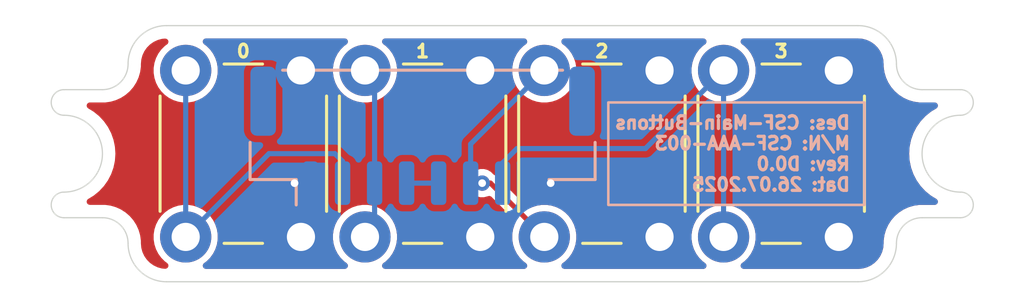
<source format=kicad_pcb>
(kicad_pcb (version 20241229) (generator "pcbnew") (generator_version "9.0")
  (layers (0 "F.Cu" signal) (2 "B.Cu" signal) (13 "F.Paste" user) (15 "B.Paste" user) (5 "F.SilkS" user "F.Silkscreen") (7 "B.SilkS" user "B.Silkscreen") (1 "F.Mask" user) (3 "B.Mask" user) (25 "Edge.Cuts" user))
  (net 0 "")
  (net 1 "Button 3")
  (net 2 "Button 0")
  (net 3 "Button 1")
  (net 4 "+3V3")
  (net 5 "GND")
  (net 6 "Button 2")
  (footprint "Button_Switch_THT:SW_PUSH_6mm_H5mm" (layer "F.Cu") (at 116.25 48.25 90)
    (property "Reference" "SW3" (hide yes))
    (property "Value" "2" (at 7.25 2.25 0) (layer "F.SilkS") (effects (font (size 0.5 0.5) (thickness 0.125))))
    (fp_line (start 5.5 -1) (end 1 -1) (stroke (width 0.12)) (layer "F.SilkS"))
    (fp_line (start -0.25 1.5) (end -0.25 3) (stroke (width 0.12)) (layer "F.SilkS"))
    (fp_line (start 6.75 3) (end 6.75 1.5) (stroke (width 0.12)) (layer "F.SilkS"))
    (fp_line (start 1 5.5) (end 5.5 5.5) (stroke (width 0.12)) (layer "F.SilkS"))
    (pad "1" thru_hole circle (at 0 0 180) (size 2 2) (drill 1.1) (layers "*.Cu" "*.Mask") (net 6 "Button 2"))
    (pad "1" thru_hole circle (at 6.5 0 180) (size 2 2) (drill 1.1) (layers "*.Cu" "*.Mask") (net 6 "Button 2"))
    (pad "2" thru_hole circle (at 0 4.5 180) (size 2 2) (drill 1.1) (layers "*.Cu" "*.Mask") (net 5 "GND"))
    (pad "2" thru_hole circle (at 6.5 4.5 180) (size 2 2) (drill 1.1) (layers "*.Cu" "*.Mask") (net 5 "GND"))
  )
  (footprint "Button_Switch_THT:SW_PUSH_6mm_H5mm" (layer "F.Cu") (at 109.25 48.25 90)
    (property "Reference" "SW2" (hide yes))
    (property "Value" "1" (at 7.25 2.25 0) (layer "F.SilkS") (effects (font (size 0.5 0.5) (thickness 0.125))))
    (fp_line (start 5.5 -1) (end 1 -1) (stroke (width 0.12)) (layer "F.SilkS"))
    (fp_line (start -0.25 1.5) (end -0.25 3) (stroke (width 0.12)) (layer "F.SilkS"))
    (fp_line (start 6.75 3) (end 6.75 1.5) (stroke (width 0.12)) (layer "F.SilkS"))
    (fp_line (start 1 5.5) (end 5.5 5.5) (stroke (width 0.12)) (layer "F.SilkS"))
    (pad "1" thru_hole circle (at 0 0 180) (size 2 2) (drill 1.1) (layers "*.Cu" "*.Mask") (net 3 "Button 1"))
    (pad "1" thru_hole circle (at 6.5 0 180) (size 2 2) (drill 1.1) (layers "*.Cu" "*.Mask") (net 3 "Button 1"))
    (pad "2" thru_hole circle (at 0 4.5 180) (size 2 2) (drill 1.1) (layers "*.Cu" "*.Mask") (net 5 "GND"))
    (pad "2" thru_hole circle (at 6.5 4.5 180) (size 2 2) (drill 1.1) (layers "*.Cu" "*.Mask") (net 5 "GND"))
  )
  (footprint "Button_Switch_THT:SW_PUSH_6mm_H5mm" (layer "F.Cu") (at 123.25 48.25 90)
    (property "Reference" "SW4" (hide yes))
    (property "Value" "3" (at 7.25 2.25 0) (layer "F.SilkS") (effects (font (size 0.5 0.5) (thickness 0.125))))
    (fp_line (start 5.5 -1) (end 1 -1) (stroke (width 0.12)) (layer "F.SilkS"))
    (fp_line (start -0.25 1.5) (end -0.25 3) (stroke (width 0.12)) (layer "F.SilkS"))
    (fp_line (start 6.75 3) (end 6.75 1.5) (stroke (width 0.12)) (layer "F.SilkS"))
    (fp_line (start 1 5.5) (end 5.5 5.5) (stroke (width 0.12)) (layer "F.SilkS"))
    (pad "1" thru_hole circle (at 0 0 180) (size 2 2) (drill 1.1) (layers "*.Cu" "*.Mask") (net 1 "Button 3"))
    (pad "1" thru_hole circle (at 6.5 0 180) (size 2 2) (drill 1.1) (layers "*.Cu" "*.Mask") (net 1 "Button 3"))
    (pad "2" thru_hole circle (at 0 4.5 180) (size 2 2) (drill 1.1) (layers "*.Cu" "*.Mask") (net 5 "GND"))
    (pad "2" thru_hole circle (at 6.5 4.5 180) (size 2 2) (drill 1.1) (layers "*.Cu" "*.Mask") (net 5 "GND"))
  )
  (footprint "Button_Switch_THT:SW_PUSH_6mm_H5mm" (layer "F.Cu") (at 102.25 48.25 90)
    (property "Reference" "SW1" (hide yes))
    (property "Value" "0" (at 7.25 2.25 0) (layer "F.SilkS") (effects (font (size 0.5 0.5) (thickness 0.125))))
    (fp_line (start 5.5 -1) (end 1 -1) (stroke (width 0.12)) (layer "F.SilkS"))
    (fp_line (start -0.25 1.5) (end -0.25 3) (stroke (width 0.12)) (layer "F.SilkS"))
    (fp_line (start 6.75 3) (end 6.75 1.5) (stroke (width 0.12)) (layer "F.SilkS"))
    (fp_line (start 1 5.5) (end 5.5 5.5) (stroke (width 0.12)) (layer "F.SilkS"))
    (pad "1" thru_hole circle (at 0 0 180) (size 2 2) (drill 1.1) (layers "*.Cu" "*.Mask") (net 2 "Button 0"))
    (pad "1" thru_hole circle (at 6.5 0 180) (size 2 2) (drill 1.1) (layers "*.Cu" "*.Mask") (net 2 "Button 0"))
    (pad "2" thru_hole circle (at 0 4.5 180) (size 2 2) (drill 1.1) (layers "*.Cu" "*.Mask") (net 5 "GND"))
    (pad "2" thru_hole circle (at 6.5 4.5 180) (size 2 2) (drill 1.1) (layers "*.Cu" "*.Mask") (net 5 "GND"))
  )
  (footprint "Connector_JST:JST_GH_SM08B-GHS-TB_1x08-1MP_P1.25mm_Horizontal" (layer "B.Cu") (at 111.5 44.3)
    (property "Reference" "J8" (hide yes))
    (property "Value" "Buttons" (hide yes))
    (fp_line (start -6.735 0.26) (end -6.735 1.71) (stroke (width 0.12)) (layer "B.SilkS"))
    (fp_line (start -6.735 1.71) (end -4.935 1.71) (stroke (width 0.12)) (layer "B.SilkS"))
    (fp_line (start -5.465 -2.56) (end 5.465 -2.56) (stroke (width 0.12)) (layer "B.SilkS"))
    (fp_line (start -4.935 1.71) (end -4.935 2.7) (stroke (width 0.12)) (layer "B.SilkS"))
    (fp_line (start 6.735 0.26) (end 6.735 1.71) (stroke (width 0.12)) (layer "B.SilkS"))
    (fp_line (start 6.735 1.71) (end 4.935 1.71) (stroke (width 0.12)) (layer "B.SilkS"))
    (pad "1" smd roundrect (at -4.375 1.85) (size 0.6 1.7) (layers "B.Cu" "B.Mask" "B.Paste") (net 5 "GND"))
    (pad "2" smd roundrect (at -3.125 1.85) (size 0.6 1.7) (layers "B.Cu" "B.Mask" "B.Paste") (net 2 "Button 0"))
    (pad "3" smd roundrect (at -1.875 1.85) (size 0.6 1.7) (layers "B.Cu" "B.Mask" "B.Paste") (net 3 "Button 1"))
    (pad "4" smd roundrect (at -0.625 1.85) (size 0.6 1.7) (layers "B.Cu" "B.Mask" "B.Paste") (net 4 "+3V3"))
    (pad "5" smd roundrect (at 0.625 1.85) (size 0.6 1.7) (layers "B.Cu" "B.Mask" "B.Paste") (net 4 "+3V3"))
    (pad "6" smd roundrect (at 1.875 1.85) (size 0.6 1.7) (layers "B.Cu" "B.Mask" "B.Paste") (net 6 "Button 2"))
    (pad "7" smd roundrect (at 3.125 1.85) (size 0.6 1.7) (layers "B.Cu" "B.Mask" "B.Paste") (net 1 "Button 3"))
    (pad "8" smd roundrect (at 4.375 1.85) (size 0.6 1.7) (layers "B.Cu" "B.Mask" "B.Paste") (net 5 "GND"))
    (pad "MP" smd roundrect (at -6.225 -1.35) (size 1 2.7) (layers "B.Cu" "B.Mask" "B.Paste"))
    (pad "MP" smd roundrect (at 6.225 -1.35) (size 1 2.7) (layers "B.Cu" "B.Mask" "B.Paste"))
  )
  (gr_rect (start 118.75 43) (end 128.75 47) (stroke (width 0.1)) (fill no) (layer "B.SilkS"))
  (gr_arc (start 100 41.5) (mid 100.43934 40.43934) (end 101.5 40) (stroke (width 0.05)) (layer "Edge.Cuts"))
  (gr_line (start 101.5 40) (end 128.5 40) (stroke (width 0.05)) (layer "Edge.Cuts"))
  (gr_line (start 131 47.5) (end 132.5 47.5) (stroke (width 0.05)) (layer "Edge.Cuts"))
  (gr_arc (start 97.5 47.5) (mid 97 47) (end 97.5 46.5) (stroke (width 0.05)) (layer "Edge.Cuts"))
  (gr_arc (start 97.5 43.5) (mid 99 45) (end 97.5 46.5) (stroke (width 0.05)) (layer "Edge.Cuts"))
  (gr_arc (start 97.5 43.5) (mid 97 43) (end 97.5 42.5) (stroke (width 0.05)) (layer "Edge.Cuts"))
  (gr_line (start 99 47.5) (end 97.5 47.5) (stroke (width 0.05)) (layer "Edge.Cuts"))
  (gr_arc (start 132.5 46.5) (mid 133 47) (end 132.5 47.5) (stroke (width 0.05)) (layer "Edge.Cuts"))
  (gr_line (start 101.5 50) (end 128.5 50) (stroke (width 0.05)) (layer "Edge.Cuts"))
  (gr_arc (start 128.5 40) (mid 129.56066 40.43934) (end 130 41.5) (stroke (width 0.05)) (layer "Edge.Cuts"))
  (gr_arc (start 130 48.5) (mid 130.292893 47.792893) (end 131 47.5) (stroke (width 0.05)) (layer "Edge.Cuts"))
  (gr_arc (start 130 48.5) (mid 129.56066 49.56066) (end 128.5 50) (stroke (width 0.05)) (layer "Edge.Cuts"))
  (gr_arc (start 100 41.5) (mid 99.707107 42.207107) (end 99 42.5) (stroke (width 0.05)) (layer "Edge.Cuts"))
  (gr_arc (start 132.5 46.5) (mid 131 45) (end 132.5 43.5) (stroke (width 0.05)) (layer "Edge.Cuts"))
  (gr_line (start 99 42.5) (end 97.5 42.5) (stroke (width 0.05)) (layer "Edge.Cuts"))
  (gr_line (start 131 42.5) (end 132.5 42.5) (stroke (width 0.05)) (layer "Edge.Cuts"))
  (gr_arc (start 101.5 50) (mid 100.43934 49.56066) (end 100 48.5) (stroke (width 0.05)) (layer "Edge.Cuts"))
  (gr_arc (start 131 42.5) (mid 130.292893 42.207107) (end 130 41.5) (stroke (width 0.05)) (layer "Edge.Cuts"))
  (gr_arc (start 132.5 42.5) (mid 133 43) (end 132.5 43.5) (stroke (width 0.05)) (layer "Edge.Cuts"))
  (gr_arc (start 99 47.5) (mid 99.707107 47.792893) (end 100 48.5) (stroke (width 0.05)) (layer "Edge.Cuts"))
  (gr_text "Des: CSF-Main-Buttons\nM/N: CSF-AAA-003\nRev: D0.0\nDat: 26.07.2025" (at 128.25 46.5 0) (layer "B.SilkS") (effects (font (size 0.5 0.5) (thickness 0.125)) (justify left bottom mirror)))
  (segment (start 120.2 44.8) (end 123.25 41.75) (width 0.2) (layer "B.Cu") (net 1))
  (segment (start 123.25 41.75) (end 123.25 48.25) (width 0.2) (layer "B.Cu") (net 1))
  (segment (start 114.625 46.15) (end 114.625 45.358032) (width 0.2) (layer "B.Cu") (net 1))
  (segment (start 115.183032 44.8) (end 120.2 44.8) (width 0.2) (layer "B.Cu") (net 1))
  (segment (start 114.625 45.358032) (end 115.183032 44.8) (width 0.2) (layer "B.Cu") (net 1))
  (segment (start 105.501 44.999) (end 108.073999 44.999) (width 0.2) (layer "B.Cu") (net 2))
  (segment (start 108.073999 44.999) (end 108.375 45.300001) (width 0.2) (layer "B.Cu") (net 2))
  (segment (start 108.375 45.300001) (end 108.375 46.15) (width 0.2) (layer "B.Cu") (net 2))
  (segment (start 102.25 48.25) (end 105.501 44.999) (width 0.2) (layer "B.Cu") (net 2))
  (segment (start 102.25 48.25) (end 102.25 41.75) (width 0.2) (layer "B.Cu") (net 2))
  (segment (start 109.625 47.875) (end 109.25 48.25) (width 0.2) (layer "B.Cu") (net 3))
  (segment (start 109.625 46.15) (end 109.625 42.125) (width 0.2) (layer "B.Cu") (net 3))
  (segment (start 109.625 42.125) (end 109.25 41.75) (width 0.2) (layer "B.Cu") (net 3))
  (segment (start 109.625 46.15) (end 109.625 47.875) (width 0.2) (layer "B.Cu") (net 3))
  (segment (start 110.875 46.15) (end 112.125 46.15) (width 0.2) (layer "B.Cu") (net 4))
  (via (at 106.5 46.15) (size 0.6) (drill 0.3) (layers "F.Cu" "B.Cu") (net 5))
  (via (at 116.5 46.15) (size 0.6) (drill 0.3) (layers "F.Cu" "B.Cu") (net 5))
  (segment (start 115.875 46.15) (end 116.5 46.15) (width 0.2) (layer "B.Cu") (net 5))
  (segment (start 107.125 46.15) (end 106.5 46.15) (width 0.2) (layer "B.Cu") (net 5))
  (segment (start 114.15 46.15) (end 116.25 48.25) (width 0.2) (layer "F.Cu") (net 6))
  (segment (start 113.825 46.15) (end 114.15 46.15) (width 0.2) (layer "F.Cu") (net 6))
  (via (at 113.825 46.15) (size 0.6) (drill 0.3) (layers "F.Cu" "B.Cu") (net 6))
  (segment (start 113.375 44.625) (end 116.25 41.75) (width 0.2) (layer "B.Cu") (net 6))
  (segment (start 113.825 46.15) (end 113.375 46.15) (width 0.2) (layer "B.Cu") (net 6))
  (segment (start 113.375 46.15) (end 113.375 44.625) (width 0.2) (layer "B.Cu") (net 6))
  (zone (net 5) (net_name "GND") (layers "F.Cu" "B.Cu") (connect_pads yes (clearance 0.25)) (min_thickness 0.25) (fill yes (thermal_gap 0.5) (thermal_bridge_width 0.5))
    (polygon (pts (xy 95 39) (xy 135 39) (xy 135 51) (xy 95 51)))
  )
)
</source>
